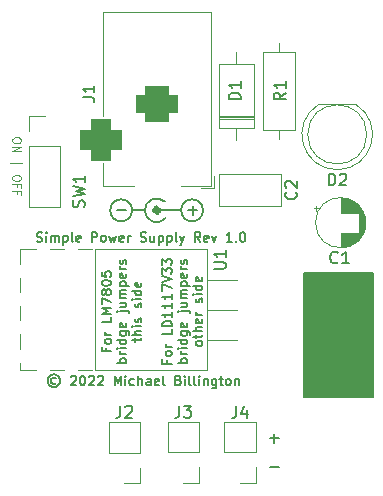
<source format=gbr>
%TF.GenerationSoftware,KiCad,Pcbnew,6.0.6+dfsg-1*%
%TF.CreationDate,2022-07-24T22:16:40+10:00*%
%TF.ProjectId,power-board,706f7765-722d-4626-9f61-72642e6b6963,rev?*%
%TF.SameCoordinates,Original*%
%TF.FileFunction,Legend,Top*%
%TF.FilePolarity,Positive*%
%FSLAX46Y46*%
G04 Gerber Fmt 4.6, Leading zero omitted, Abs format (unit mm)*
G04 Created by KiCad (PCBNEW 6.0.6+dfsg-1) date 2022-07-24 22:16:40*
%MOMM*%
%LPD*%
G01*
G04 APERTURE LIST*
G04 Aperture macros list*
%AMRoundRect*
0 Rectangle with rounded corners*
0 $1 Rounding radius*
0 $2 $3 $4 $5 $6 $7 $8 $9 X,Y pos of 4 corners*
0 Add a 4 corners polygon primitive as box body*
4,1,4,$2,$3,$4,$5,$6,$7,$8,$9,$2,$3,0*
0 Add four circle primitives for the rounded corners*
1,1,$1+$1,$2,$3*
1,1,$1+$1,$4,$5*
1,1,$1+$1,$6,$7*
1,1,$1+$1,$8,$9*
0 Add four rect primitives between the rounded corners*
20,1,$1+$1,$2,$3,$4,$5,0*
20,1,$1+$1,$4,$5,$6,$7,0*
20,1,$1+$1,$6,$7,$8,$9,0*
20,1,$1+$1,$8,$9,$2,$3,0*%
%AMFreePoly0*
4,1,6,1.000000,0.000000,0.500000,-0.750000,-0.500000,-0.750000,-0.500000,0.750000,0.500000,0.750000,1.000000,0.000000,1.000000,0.000000,$1*%
%AMFreePoly1*
4,1,6,0.500000,-0.750000,-0.650000,-0.750000,-0.150000,0.000000,-0.650000,0.750000,0.500000,0.750000,0.500000,-0.750000,0.500000,-0.750000,$1*%
G04 Aperture macros list end*
%ADD10C,0.150000*%
%ADD11C,0.130000*%
%ADD12C,0.100000*%
%ADD13C,0.120000*%
%ADD14C,0.500000*%
%ADD15C,6.400000*%
%ADD16R,1.200000X1.200000*%
%ADD17C,1.200000*%
%ADD18FreePoly0,180.000000*%
%ADD19FreePoly1,180.000000*%
%ADD20R,1.800000X1.800000*%
%ADD21C,1.800000*%
%ADD22R,2.200000X2.200000*%
%ADD23O,2.200000X2.200000*%
%ADD24C,1.600000*%
%ADD25O,1.600000X1.600000*%
%ADD26R,1.700000X1.700000*%
%ADD27O,1.700000X1.700000*%
%ADD28R,3.500000X3.500000*%
%ADD29RoundRect,0.750000X-1.000000X0.750000X-1.000000X-0.750000X1.000000X-0.750000X1.000000X0.750000X0*%
%ADD30RoundRect,0.875000X-0.875000X0.875000X-0.875000X-0.875000X0.875000X-0.875000X0.875000X0.875000X0*%
%ADD31O,3.500000X3.500000*%
%ADD32R,2.000000X1.905000*%
%ADD33O,2.000000X1.905000*%
G04 APERTURE END LIST*
D10*
X157429200Y-85394800D02*
X163322000Y-85394800D01*
X163322000Y-85394800D02*
X163322000Y-74879200D01*
X163322000Y-74879200D02*
X157429200Y-74879200D01*
X157429200Y-74879200D02*
X157429200Y-85394800D01*
G36*
X157429200Y-85394800D02*
G01*
X163322000Y-85394800D01*
X163322000Y-74879200D01*
X157429200Y-74879200D01*
X157429200Y-85394800D01*
G37*
D11*
X136437028Y-83775580D02*
X136360838Y-83737485D01*
X136208457Y-83737485D01*
X136132266Y-83775580D01*
X136056076Y-83851771D01*
X136017980Y-83927961D01*
X136017980Y-84080342D01*
X136056076Y-84156533D01*
X136132266Y-84232723D01*
X136208457Y-84270819D01*
X136360838Y-84270819D01*
X136437028Y-84232723D01*
X136284647Y-83470819D02*
X136094171Y-83508914D01*
X135903695Y-83623200D01*
X135789409Y-83813676D01*
X135751314Y-84004152D01*
X135789409Y-84194628D01*
X135903695Y-84385104D01*
X136094171Y-84499390D01*
X136284647Y-84537485D01*
X136475123Y-84499390D01*
X136665600Y-84385104D01*
X136779885Y-84194628D01*
X136817980Y-84004152D01*
X136779885Y-83813676D01*
X136665600Y-83623200D01*
X136475123Y-83508914D01*
X136284647Y-83470819D01*
X137732266Y-83661295D02*
X137770361Y-83623200D01*
X137846552Y-83585104D01*
X138037028Y-83585104D01*
X138113219Y-83623200D01*
X138151314Y-83661295D01*
X138189409Y-83737485D01*
X138189409Y-83813676D01*
X138151314Y-83927961D01*
X137694171Y-84385104D01*
X138189409Y-84385104D01*
X138684647Y-83585104D02*
X138760838Y-83585104D01*
X138837028Y-83623200D01*
X138875123Y-83661295D01*
X138913219Y-83737485D01*
X138951314Y-83889866D01*
X138951314Y-84080342D01*
X138913219Y-84232723D01*
X138875123Y-84308914D01*
X138837028Y-84347009D01*
X138760838Y-84385104D01*
X138684647Y-84385104D01*
X138608457Y-84347009D01*
X138570361Y-84308914D01*
X138532266Y-84232723D01*
X138494171Y-84080342D01*
X138494171Y-83889866D01*
X138532266Y-83737485D01*
X138570361Y-83661295D01*
X138608457Y-83623200D01*
X138684647Y-83585104D01*
X139256076Y-83661295D02*
X139294171Y-83623200D01*
X139370361Y-83585104D01*
X139560838Y-83585104D01*
X139637028Y-83623200D01*
X139675123Y-83661295D01*
X139713219Y-83737485D01*
X139713219Y-83813676D01*
X139675123Y-83927961D01*
X139217980Y-84385104D01*
X139713219Y-84385104D01*
X140017980Y-83661295D02*
X140056076Y-83623200D01*
X140132266Y-83585104D01*
X140322742Y-83585104D01*
X140398933Y-83623200D01*
X140437028Y-83661295D01*
X140475123Y-83737485D01*
X140475123Y-83813676D01*
X140437028Y-83927961D01*
X139979885Y-84385104D01*
X140475123Y-84385104D01*
X141427504Y-84385104D02*
X141427504Y-83585104D01*
X141694171Y-84156533D01*
X141960838Y-83585104D01*
X141960838Y-84385104D01*
X142341790Y-84385104D02*
X142341790Y-83851771D01*
X142341790Y-83585104D02*
X142303695Y-83623200D01*
X142341790Y-83661295D01*
X142379885Y-83623200D01*
X142341790Y-83585104D01*
X142341790Y-83661295D01*
X143065600Y-84347009D02*
X142989409Y-84385104D01*
X142837028Y-84385104D01*
X142760838Y-84347009D01*
X142722742Y-84308914D01*
X142684647Y-84232723D01*
X142684647Y-84004152D01*
X142722742Y-83927961D01*
X142760838Y-83889866D01*
X142837028Y-83851771D01*
X142989409Y-83851771D01*
X143065600Y-83889866D01*
X143408457Y-84385104D02*
X143408457Y-83585104D01*
X143751314Y-84385104D02*
X143751314Y-83966057D01*
X143713219Y-83889866D01*
X143637028Y-83851771D01*
X143522742Y-83851771D01*
X143446552Y-83889866D01*
X143408457Y-83927961D01*
X144475123Y-84385104D02*
X144475123Y-83966057D01*
X144437028Y-83889866D01*
X144360838Y-83851771D01*
X144208457Y-83851771D01*
X144132266Y-83889866D01*
X144475123Y-84347009D02*
X144398933Y-84385104D01*
X144208457Y-84385104D01*
X144132266Y-84347009D01*
X144094171Y-84270819D01*
X144094171Y-84194628D01*
X144132266Y-84118438D01*
X144208457Y-84080342D01*
X144398933Y-84080342D01*
X144475123Y-84042247D01*
X145160838Y-84347009D02*
X145084647Y-84385104D01*
X144932266Y-84385104D01*
X144856076Y-84347009D01*
X144817980Y-84270819D01*
X144817980Y-83966057D01*
X144856076Y-83889866D01*
X144932266Y-83851771D01*
X145084647Y-83851771D01*
X145160838Y-83889866D01*
X145198933Y-83966057D01*
X145198933Y-84042247D01*
X144817980Y-84118438D01*
X145656076Y-84385104D02*
X145579885Y-84347009D01*
X145541790Y-84270819D01*
X145541790Y-83585104D01*
X146837028Y-83966057D02*
X146951314Y-84004152D01*
X146989409Y-84042247D01*
X147027504Y-84118438D01*
X147027504Y-84232723D01*
X146989409Y-84308914D01*
X146951314Y-84347009D01*
X146875123Y-84385104D01*
X146570361Y-84385104D01*
X146570361Y-83585104D01*
X146837028Y-83585104D01*
X146913219Y-83623200D01*
X146951314Y-83661295D01*
X146989409Y-83737485D01*
X146989409Y-83813676D01*
X146951314Y-83889866D01*
X146913219Y-83927961D01*
X146837028Y-83966057D01*
X146570361Y-83966057D01*
X147370361Y-84385104D02*
X147370361Y-83851771D01*
X147370361Y-83585104D02*
X147332266Y-83623200D01*
X147370361Y-83661295D01*
X147408457Y-83623200D01*
X147370361Y-83585104D01*
X147370361Y-83661295D01*
X147865600Y-84385104D02*
X147789409Y-84347009D01*
X147751314Y-84270819D01*
X147751314Y-83585104D01*
X148284647Y-84385104D02*
X148208457Y-84347009D01*
X148170361Y-84270819D01*
X148170361Y-83585104D01*
X148589409Y-84385104D02*
X148589409Y-83851771D01*
X148589409Y-83585104D02*
X148551314Y-83623200D01*
X148589409Y-83661295D01*
X148627504Y-83623200D01*
X148589409Y-83585104D01*
X148589409Y-83661295D01*
X148970361Y-83851771D02*
X148970361Y-84385104D01*
X148970361Y-83927961D02*
X149008457Y-83889866D01*
X149084647Y-83851771D01*
X149198933Y-83851771D01*
X149275123Y-83889866D01*
X149313219Y-83966057D01*
X149313219Y-84385104D01*
X150037028Y-83851771D02*
X150037028Y-84499390D01*
X149998933Y-84575580D01*
X149960838Y-84613676D01*
X149884647Y-84651771D01*
X149770361Y-84651771D01*
X149694171Y-84613676D01*
X150037028Y-84347009D02*
X149960838Y-84385104D01*
X149808457Y-84385104D01*
X149732266Y-84347009D01*
X149694171Y-84308914D01*
X149656076Y-84232723D01*
X149656076Y-84004152D01*
X149694171Y-83927961D01*
X149732266Y-83889866D01*
X149808457Y-83851771D01*
X149960838Y-83851771D01*
X150037028Y-83889866D01*
X150303695Y-83851771D02*
X150608457Y-83851771D01*
X150417980Y-83585104D02*
X150417980Y-84270819D01*
X150456076Y-84347009D01*
X150532266Y-84385104D01*
X150608457Y-84385104D01*
X150989409Y-84385104D02*
X150913219Y-84347009D01*
X150875123Y-84308914D01*
X150837028Y-84232723D01*
X150837028Y-84004152D01*
X150875123Y-83927961D01*
X150913219Y-83889866D01*
X150989409Y-83851771D01*
X151103695Y-83851771D01*
X151179885Y-83889866D01*
X151217980Y-83927961D01*
X151256076Y-84004152D01*
X151256076Y-84232723D01*
X151217980Y-84308914D01*
X151179885Y-84347009D01*
X151103695Y-84385104D01*
X150989409Y-84385104D01*
X151598933Y-83851771D02*
X151598933Y-84385104D01*
X151598933Y-83927961D02*
X151637028Y-83889866D01*
X151713219Y-83851771D01*
X151827504Y-83851771D01*
X151903695Y-83889866D01*
X151941790Y-83966057D01*
X151941790Y-84385104D01*
D10*
X154559047Y-91308228D02*
X155320952Y-91308228D01*
X154559047Y-88869828D02*
X155320952Y-88869828D01*
X154940000Y-89250780D02*
X154940000Y-88488876D01*
D11*
X141605047Y-69565828D02*
X142366952Y-69565828D01*
X134824304Y-72205809D02*
X134938590Y-72243904D01*
X135129066Y-72243904D01*
X135205257Y-72205809D01*
X135243352Y-72167714D01*
X135281447Y-72091523D01*
X135281447Y-72015333D01*
X135243352Y-71939142D01*
X135205257Y-71901047D01*
X135129066Y-71862952D01*
X134976685Y-71824857D01*
X134900495Y-71786761D01*
X134862400Y-71748666D01*
X134824304Y-71672476D01*
X134824304Y-71596285D01*
X134862400Y-71520095D01*
X134900495Y-71482000D01*
X134976685Y-71443904D01*
X135167161Y-71443904D01*
X135281447Y-71482000D01*
X135624304Y-72243904D02*
X135624304Y-71710571D01*
X135624304Y-71443904D02*
X135586209Y-71482000D01*
X135624304Y-71520095D01*
X135662400Y-71482000D01*
X135624304Y-71443904D01*
X135624304Y-71520095D01*
X136005257Y-72243904D02*
X136005257Y-71710571D01*
X136005257Y-71786761D02*
X136043352Y-71748666D01*
X136119542Y-71710571D01*
X136233828Y-71710571D01*
X136310019Y-71748666D01*
X136348114Y-71824857D01*
X136348114Y-72243904D01*
X136348114Y-71824857D02*
X136386209Y-71748666D01*
X136462400Y-71710571D01*
X136576685Y-71710571D01*
X136652876Y-71748666D01*
X136690971Y-71824857D01*
X136690971Y-72243904D01*
X137071923Y-71710571D02*
X137071923Y-72510571D01*
X137071923Y-71748666D02*
X137148114Y-71710571D01*
X137300495Y-71710571D01*
X137376685Y-71748666D01*
X137414780Y-71786761D01*
X137452876Y-71862952D01*
X137452876Y-72091523D01*
X137414780Y-72167714D01*
X137376685Y-72205809D01*
X137300495Y-72243904D01*
X137148114Y-72243904D01*
X137071923Y-72205809D01*
X137910019Y-72243904D02*
X137833828Y-72205809D01*
X137795733Y-72129619D01*
X137795733Y-71443904D01*
X138519542Y-72205809D02*
X138443352Y-72243904D01*
X138290971Y-72243904D01*
X138214780Y-72205809D01*
X138176685Y-72129619D01*
X138176685Y-71824857D01*
X138214780Y-71748666D01*
X138290971Y-71710571D01*
X138443352Y-71710571D01*
X138519542Y-71748666D01*
X138557638Y-71824857D01*
X138557638Y-71901047D01*
X138176685Y-71977238D01*
X139510019Y-72243904D02*
X139510019Y-71443904D01*
X139814780Y-71443904D01*
X139890971Y-71482000D01*
X139929066Y-71520095D01*
X139967161Y-71596285D01*
X139967161Y-71710571D01*
X139929066Y-71786761D01*
X139890971Y-71824857D01*
X139814780Y-71862952D01*
X139510019Y-71862952D01*
X140424304Y-72243904D02*
X140348114Y-72205809D01*
X140310019Y-72167714D01*
X140271923Y-72091523D01*
X140271923Y-71862952D01*
X140310019Y-71786761D01*
X140348114Y-71748666D01*
X140424304Y-71710571D01*
X140538590Y-71710571D01*
X140614780Y-71748666D01*
X140652876Y-71786761D01*
X140690971Y-71862952D01*
X140690971Y-72091523D01*
X140652876Y-72167714D01*
X140614780Y-72205809D01*
X140538590Y-72243904D01*
X140424304Y-72243904D01*
X140957638Y-71710571D02*
X141110019Y-72243904D01*
X141262400Y-71862952D01*
X141414780Y-72243904D01*
X141567161Y-71710571D01*
X142176685Y-72205809D02*
X142100495Y-72243904D01*
X141948114Y-72243904D01*
X141871923Y-72205809D01*
X141833828Y-72129619D01*
X141833828Y-71824857D01*
X141871923Y-71748666D01*
X141948114Y-71710571D01*
X142100495Y-71710571D01*
X142176685Y-71748666D01*
X142214780Y-71824857D01*
X142214780Y-71901047D01*
X141833828Y-71977238D01*
X142557638Y-72243904D02*
X142557638Y-71710571D01*
X142557638Y-71862952D02*
X142595733Y-71786761D01*
X142633828Y-71748666D01*
X142710019Y-71710571D01*
X142786209Y-71710571D01*
X143624304Y-72205809D02*
X143738590Y-72243904D01*
X143929066Y-72243904D01*
X144005257Y-72205809D01*
X144043352Y-72167714D01*
X144081447Y-72091523D01*
X144081447Y-72015333D01*
X144043352Y-71939142D01*
X144005257Y-71901047D01*
X143929066Y-71862952D01*
X143776685Y-71824857D01*
X143700495Y-71786761D01*
X143662400Y-71748666D01*
X143624304Y-71672476D01*
X143624304Y-71596285D01*
X143662400Y-71520095D01*
X143700495Y-71482000D01*
X143776685Y-71443904D01*
X143967161Y-71443904D01*
X144081447Y-71482000D01*
X144767161Y-71710571D02*
X144767161Y-72243904D01*
X144424304Y-71710571D02*
X144424304Y-72129619D01*
X144462400Y-72205809D01*
X144538590Y-72243904D01*
X144652876Y-72243904D01*
X144729066Y-72205809D01*
X144767161Y-72167714D01*
X145148114Y-71710571D02*
X145148114Y-72510571D01*
X145148114Y-71748666D02*
X145224304Y-71710571D01*
X145376685Y-71710571D01*
X145452876Y-71748666D01*
X145490971Y-71786761D01*
X145529066Y-71862952D01*
X145529066Y-72091523D01*
X145490971Y-72167714D01*
X145452876Y-72205809D01*
X145376685Y-72243904D01*
X145224304Y-72243904D01*
X145148114Y-72205809D01*
X145871923Y-71710571D02*
X145871923Y-72510571D01*
X145871923Y-71748666D02*
X145948114Y-71710571D01*
X146100495Y-71710571D01*
X146176685Y-71748666D01*
X146214780Y-71786761D01*
X146252876Y-71862952D01*
X146252876Y-72091523D01*
X146214780Y-72167714D01*
X146176685Y-72205809D01*
X146100495Y-72243904D01*
X145948114Y-72243904D01*
X145871923Y-72205809D01*
X146710019Y-72243904D02*
X146633828Y-72205809D01*
X146595733Y-72129619D01*
X146595733Y-71443904D01*
X146938590Y-71710571D02*
X147129066Y-72243904D01*
X147319542Y-71710571D02*
X147129066Y-72243904D01*
X147052876Y-72434380D01*
X147014780Y-72472476D01*
X146938590Y-72510571D01*
X148690971Y-72243904D02*
X148424304Y-71862952D01*
X148233828Y-72243904D02*
X148233828Y-71443904D01*
X148538590Y-71443904D01*
X148614780Y-71482000D01*
X148652876Y-71520095D01*
X148690971Y-71596285D01*
X148690971Y-71710571D01*
X148652876Y-71786761D01*
X148614780Y-71824857D01*
X148538590Y-71862952D01*
X148233828Y-71862952D01*
X149338590Y-72205809D02*
X149262400Y-72243904D01*
X149110019Y-72243904D01*
X149033828Y-72205809D01*
X148995733Y-72129619D01*
X148995733Y-71824857D01*
X149033828Y-71748666D01*
X149110019Y-71710571D01*
X149262400Y-71710571D01*
X149338590Y-71748666D01*
X149376685Y-71824857D01*
X149376685Y-71901047D01*
X148995733Y-71977238D01*
X149643352Y-71710571D02*
X149833828Y-72243904D01*
X150024304Y-71710571D01*
X151357638Y-72243904D02*
X150900495Y-72243904D01*
X151129066Y-72243904D02*
X151129066Y-71443904D01*
X151052876Y-71558190D01*
X150976685Y-71634380D01*
X150900495Y-71672476D01*
X151700495Y-72167714D02*
X151738590Y-72205809D01*
X151700495Y-72243904D01*
X151662400Y-72205809D01*
X151700495Y-72167714D01*
X151700495Y-72243904D01*
X152233828Y-71443904D02*
X152310019Y-71443904D01*
X152386209Y-71482000D01*
X152424304Y-71520095D01*
X152462400Y-71596285D01*
X152500495Y-71748666D01*
X152500495Y-71939142D01*
X152462400Y-72091523D01*
X152424304Y-72167714D01*
X152386209Y-72205809D01*
X152310019Y-72243904D01*
X152233828Y-72243904D01*
X152157638Y-72205809D01*
X152119542Y-72167714D01*
X152081447Y-72091523D01*
X152043352Y-71939142D01*
X152043352Y-71748666D01*
X152081447Y-71596285D01*
X152119542Y-71520095D01*
X152157638Y-71482000D01*
X152233828Y-71443904D01*
D12*
X133479333Y-63570133D02*
X133479333Y-63703466D01*
X133446000Y-63770133D01*
X133379333Y-63836800D01*
X133246000Y-63870133D01*
X133012666Y-63870133D01*
X132879333Y-63836800D01*
X132812666Y-63770133D01*
X132779333Y-63703466D01*
X132779333Y-63570133D01*
X132812666Y-63503466D01*
X132879333Y-63436800D01*
X133012666Y-63403466D01*
X133246000Y-63403466D01*
X133379333Y-63436800D01*
X133446000Y-63503466D01*
X133479333Y-63570133D01*
X132779333Y-64170133D02*
X133479333Y-64170133D01*
X132779333Y-64570133D01*
X133479333Y-64570133D01*
X132546000Y-65603466D02*
X133546000Y-65603466D01*
X133479333Y-66770133D02*
X133479333Y-66903466D01*
X133446000Y-66970133D01*
X133379333Y-67036800D01*
X133246000Y-67070133D01*
X133012666Y-67070133D01*
X132879333Y-67036800D01*
X132812666Y-66970133D01*
X132779333Y-66903466D01*
X132779333Y-66770133D01*
X132812666Y-66703466D01*
X132879333Y-66636800D01*
X133012666Y-66603466D01*
X133246000Y-66603466D01*
X133379333Y-66636800D01*
X133446000Y-66703466D01*
X133479333Y-66770133D01*
X133146000Y-67603466D02*
X133146000Y-67370133D01*
X132779333Y-67370133D02*
X133479333Y-67370133D01*
X133479333Y-67703466D01*
X133146000Y-68203466D02*
X133146000Y-67970133D01*
X132779333Y-67970133D02*
X133479333Y-67970133D01*
X133479333Y-68303466D01*
D11*
X147650247Y-69565828D02*
X148412152Y-69565828D01*
X148031200Y-69946780D02*
X148031200Y-69184876D01*
X140706457Y-81235161D02*
X140706457Y-81501828D01*
X141125504Y-81501828D02*
X140325504Y-81501828D01*
X140325504Y-81120876D01*
X141125504Y-80701828D02*
X141087409Y-80778019D01*
X141049314Y-80816114D01*
X140973123Y-80854209D01*
X140744552Y-80854209D01*
X140668361Y-80816114D01*
X140630266Y-80778019D01*
X140592171Y-80701828D01*
X140592171Y-80587542D01*
X140630266Y-80511352D01*
X140668361Y-80473257D01*
X140744552Y-80435161D01*
X140973123Y-80435161D01*
X141049314Y-80473257D01*
X141087409Y-80511352D01*
X141125504Y-80587542D01*
X141125504Y-80701828D01*
X141125504Y-80092304D02*
X140592171Y-80092304D01*
X140744552Y-80092304D02*
X140668361Y-80054209D01*
X140630266Y-80016114D01*
X140592171Y-79939923D01*
X140592171Y-79863733D01*
X141125504Y-78606590D02*
X141125504Y-78987542D01*
X140325504Y-78987542D01*
X141125504Y-78339923D02*
X140325504Y-78339923D01*
X140896933Y-78073257D01*
X140325504Y-77806590D01*
X141125504Y-77806590D01*
X140325504Y-77501828D02*
X140325504Y-76968495D01*
X141125504Y-77311352D01*
X140668361Y-76549447D02*
X140630266Y-76625638D01*
X140592171Y-76663733D01*
X140515980Y-76701828D01*
X140477885Y-76701828D01*
X140401695Y-76663733D01*
X140363600Y-76625638D01*
X140325504Y-76549447D01*
X140325504Y-76397066D01*
X140363600Y-76320876D01*
X140401695Y-76282780D01*
X140477885Y-76244685D01*
X140515980Y-76244685D01*
X140592171Y-76282780D01*
X140630266Y-76320876D01*
X140668361Y-76397066D01*
X140668361Y-76549447D01*
X140706457Y-76625638D01*
X140744552Y-76663733D01*
X140820742Y-76701828D01*
X140973123Y-76701828D01*
X141049314Y-76663733D01*
X141087409Y-76625638D01*
X141125504Y-76549447D01*
X141125504Y-76397066D01*
X141087409Y-76320876D01*
X141049314Y-76282780D01*
X140973123Y-76244685D01*
X140820742Y-76244685D01*
X140744552Y-76282780D01*
X140706457Y-76320876D01*
X140668361Y-76397066D01*
X140325504Y-75749447D02*
X140325504Y-75673257D01*
X140363600Y-75597066D01*
X140401695Y-75558971D01*
X140477885Y-75520876D01*
X140630266Y-75482780D01*
X140820742Y-75482780D01*
X140973123Y-75520876D01*
X141049314Y-75558971D01*
X141087409Y-75597066D01*
X141125504Y-75673257D01*
X141125504Y-75749447D01*
X141087409Y-75825638D01*
X141049314Y-75863733D01*
X140973123Y-75901828D01*
X140820742Y-75939923D01*
X140630266Y-75939923D01*
X140477885Y-75901828D01*
X140401695Y-75863733D01*
X140363600Y-75825638D01*
X140325504Y-75749447D01*
X140325504Y-74758971D02*
X140325504Y-75139923D01*
X140706457Y-75178019D01*
X140668361Y-75139923D01*
X140630266Y-75063733D01*
X140630266Y-74873257D01*
X140668361Y-74797066D01*
X140706457Y-74758971D01*
X140782647Y-74720876D01*
X140973123Y-74720876D01*
X141049314Y-74758971D01*
X141087409Y-74797066D01*
X141125504Y-74873257D01*
X141125504Y-75063733D01*
X141087409Y-75139923D01*
X141049314Y-75178019D01*
X142413504Y-82473257D02*
X141613504Y-82473257D01*
X141918266Y-82473257D02*
X141880171Y-82397066D01*
X141880171Y-82244685D01*
X141918266Y-82168495D01*
X141956361Y-82130400D01*
X142032552Y-82092304D01*
X142261123Y-82092304D01*
X142337314Y-82130400D01*
X142375409Y-82168495D01*
X142413504Y-82244685D01*
X142413504Y-82397066D01*
X142375409Y-82473257D01*
X142413504Y-81749447D02*
X141880171Y-81749447D01*
X142032552Y-81749447D02*
X141956361Y-81711352D01*
X141918266Y-81673257D01*
X141880171Y-81597066D01*
X141880171Y-81520876D01*
X142413504Y-81254209D02*
X141880171Y-81254209D01*
X141613504Y-81254209D02*
X141651600Y-81292304D01*
X141689695Y-81254209D01*
X141651600Y-81216114D01*
X141613504Y-81254209D01*
X141689695Y-81254209D01*
X142413504Y-80530400D02*
X141613504Y-80530400D01*
X142375409Y-80530400D02*
X142413504Y-80606590D01*
X142413504Y-80758971D01*
X142375409Y-80835161D01*
X142337314Y-80873257D01*
X142261123Y-80911352D01*
X142032552Y-80911352D01*
X141956361Y-80873257D01*
X141918266Y-80835161D01*
X141880171Y-80758971D01*
X141880171Y-80606590D01*
X141918266Y-80530400D01*
X141880171Y-79806590D02*
X142527790Y-79806590D01*
X142603980Y-79844685D01*
X142642076Y-79882780D01*
X142680171Y-79958971D01*
X142680171Y-80073257D01*
X142642076Y-80149447D01*
X142375409Y-79806590D02*
X142413504Y-79882780D01*
X142413504Y-80035161D01*
X142375409Y-80111352D01*
X142337314Y-80149447D01*
X142261123Y-80187542D01*
X142032552Y-80187542D01*
X141956361Y-80149447D01*
X141918266Y-80111352D01*
X141880171Y-80035161D01*
X141880171Y-79882780D01*
X141918266Y-79806590D01*
X142375409Y-79120876D02*
X142413504Y-79197066D01*
X142413504Y-79349447D01*
X142375409Y-79425638D01*
X142299219Y-79463733D01*
X141994457Y-79463733D01*
X141918266Y-79425638D01*
X141880171Y-79349447D01*
X141880171Y-79197066D01*
X141918266Y-79120876D01*
X141994457Y-79082780D01*
X142070647Y-79082780D01*
X142146838Y-79463733D01*
X141880171Y-78130400D02*
X142565885Y-78130400D01*
X142642076Y-78168495D01*
X142680171Y-78244685D01*
X142680171Y-78282780D01*
X141613504Y-78130400D02*
X141651600Y-78168495D01*
X141689695Y-78130400D01*
X141651600Y-78092304D01*
X141613504Y-78130400D01*
X141689695Y-78130400D01*
X141880171Y-77406590D02*
X142413504Y-77406590D01*
X141880171Y-77749447D02*
X142299219Y-77749447D01*
X142375409Y-77711352D01*
X142413504Y-77635161D01*
X142413504Y-77520876D01*
X142375409Y-77444685D01*
X142337314Y-77406590D01*
X142413504Y-77025638D02*
X141880171Y-77025638D01*
X141956361Y-77025638D02*
X141918266Y-76987542D01*
X141880171Y-76911352D01*
X141880171Y-76797066D01*
X141918266Y-76720876D01*
X141994457Y-76682780D01*
X142413504Y-76682780D01*
X141994457Y-76682780D02*
X141918266Y-76644685D01*
X141880171Y-76568495D01*
X141880171Y-76454209D01*
X141918266Y-76378019D01*
X141994457Y-76339923D01*
X142413504Y-76339923D01*
X141880171Y-75958971D02*
X142680171Y-75958971D01*
X141918266Y-75958971D02*
X141880171Y-75882780D01*
X141880171Y-75730400D01*
X141918266Y-75654209D01*
X141956361Y-75616114D01*
X142032552Y-75578019D01*
X142261123Y-75578019D01*
X142337314Y-75616114D01*
X142375409Y-75654209D01*
X142413504Y-75730400D01*
X142413504Y-75882780D01*
X142375409Y-75958971D01*
X142375409Y-74930400D02*
X142413504Y-75006590D01*
X142413504Y-75158971D01*
X142375409Y-75235161D01*
X142299219Y-75273257D01*
X141994457Y-75273257D01*
X141918266Y-75235161D01*
X141880171Y-75158971D01*
X141880171Y-75006590D01*
X141918266Y-74930400D01*
X141994457Y-74892304D01*
X142070647Y-74892304D01*
X142146838Y-75273257D01*
X142413504Y-74549447D02*
X141880171Y-74549447D01*
X142032552Y-74549447D02*
X141956361Y-74511352D01*
X141918266Y-74473257D01*
X141880171Y-74397066D01*
X141880171Y-74320876D01*
X142375409Y-74092304D02*
X142413504Y-74016114D01*
X142413504Y-73863733D01*
X142375409Y-73787542D01*
X142299219Y-73749447D01*
X142261123Y-73749447D01*
X142184933Y-73787542D01*
X142146838Y-73863733D01*
X142146838Y-73978019D01*
X142108742Y-74054209D01*
X142032552Y-74092304D01*
X141994457Y-74092304D01*
X141918266Y-74054209D01*
X141880171Y-73978019D01*
X141880171Y-73863733D01*
X141918266Y-73787542D01*
X143168171Y-80682780D02*
X143168171Y-80378019D01*
X142901504Y-80568495D02*
X143587219Y-80568495D01*
X143663409Y-80530400D01*
X143701504Y-80454209D01*
X143701504Y-80378019D01*
X143701504Y-80111352D02*
X142901504Y-80111352D01*
X143701504Y-79768495D02*
X143282457Y-79768495D01*
X143206266Y-79806590D01*
X143168171Y-79882780D01*
X143168171Y-79997066D01*
X143206266Y-80073257D01*
X143244361Y-80111352D01*
X143701504Y-79387542D02*
X143168171Y-79387542D01*
X142901504Y-79387542D02*
X142939600Y-79425638D01*
X142977695Y-79387542D01*
X142939600Y-79349447D01*
X142901504Y-79387542D01*
X142977695Y-79387542D01*
X143663409Y-79044685D02*
X143701504Y-78968495D01*
X143701504Y-78816114D01*
X143663409Y-78739923D01*
X143587219Y-78701828D01*
X143549123Y-78701828D01*
X143472933Y-78739923D01*
X143434838Y-78816114D01*
X143434838Y-78930400D01*
X143396742Y-79006590D01*
X143320552Y-79044685D01*
X143282457Y-79044685D01*
X143206266Y-79006590D01*
X143168171Y-78930400D01*
X143168171Y-78816114D01*
X143206266Y-78739923D01*
X143663409Y-77787542D02*
X143701504Y-77711352D01*
X143701504Y-77558971D01*
X143663409Y-77482780D01*
X143587219Y-77444685D01*
X143549123Y-77444685D01*
X143472933Y-77482780D01*
X143434838Y-77558971D01*
X143434838Y-77673257D01*
X143396742Y-77749447D01*
X143320552Y-77787542D01*
X143282457Y-77787542D01*
X143206266Y-77749447D01*
X143168171Y-77673257D01*
X143168171Y-77558971D01*
X143206266Y-77482780D01*
X143701504Y-77101828D02*
X143168171Y-77101828D01*
X142901504Y-77101828D02*
X142939600Y-77139923D01*
X142977695Y-77101828D01*
X142939600Y-77063733D01*
X142901504Y-77101828D01*
X142977695Y-77101828D01*
X143701504Y-76378019D02*
X142901504Y-76378019D01*
X143663409Y-76378019D02*
X143701504Y-76454209D01*
X143701504Y-76606590D01*
X143663409Y-76682780D01*
X143625314Y-76720876D01*
X143549123Y-76758971D01*
X143320552Y-76758971D01*
X143244361Y-76720876D01*
X143206266Y-76682780D01*
X143168171Y-76606590D01*
X143168171Y-76454209D01*
X143206266Y-76378019D01*
X143663409Y-75692304D02*
X143701504Y-75768495D01*
X143701504Y-75920876D01*
X143663409Y-75997066D01*
X143587219Y-76035161D01*
X143282457Y-76035161D01*
X143206266Y-75997066D01*
X143168171Y-75920876D01*
X143168171Y-75768495D01*
X143206266Y-75692304D01*
X143282457Y-75654209D01*
X143358647Y-75654209D01*
X143434838Y-76035161D01*
X145858457Y-82282780D02*
X145858457Y-82549447D01*
X146277504Y-82549447D02*
X145477504Y-82549447D01*
X145477504Y-82168495D01*
X146277504Y-81749447D02*
X146239409Y-81825638D01*
X146201314Y-81863733D01*
X146125123Y-81901828D01*
X145896552Y-81901828D01*
X145820361Y-81863733D01*
X145782266Y-81825638D01*
X145744171Y-81749447D01*
X145744171Y-81635161D01*
X145782266Y-81558971D01*
X145820361Y-81520876D01*
X145896552Y-81482780D01*
X146125123Y-81482780D01*
X146201314Y-81520876D01*
X146239409Y-81558971D01*
X146277504Y-81635161D01*
X146277504Y-81749447D01*
X146277504Y-81139923D02*
X145744171Y-81139923D01*
X145896552Y-81139923D02*
X145820361Y-81101828D01*
X145782266Y-81063733D01*
X145744171Y-80987542D01*
X145744171Y-80911352D01*
X146277504Y-79654209D02*
X146277504Y-80035161D01*
X145477504Y-80035161D01*
X146277504Y-79387542D02*
X145477504Y-79387542D01*
X145477504Y-79197066D01*
X145515600Y-79082780D01*
X145591790Y-79006590D01*
X145667980Y-78968495D01*
X145820361Y-78930400D01*
X145934647Y-78930400D01*
X146087028Y-78968495D01*
X146163219Y-79006590D01*
X146239409Y-79082780D01*
X146277504Y-79197066D01*
X146277504Y-79387542D01*
X146277504Y-78168495D02*
X146277504Y-78625638D01*
X146277504Y-78397066D02*
X145477504Y-78397066D01*
X145591790Y-78473257D01*
X145667980Y-78549447D01*
X145706076Y-78625638D01*
X146277504Y-77406590D02*
X146277504Y-77863733D01*
X146277504Y-77635161D02*
X145477504Y-77635161D01*
X145591790Y-77711352D01*
X145667980Y-77787542D01*
X145706076Y-77863733D01*
X146277504Y-76644685D02*
X146277504Y-77101828D01*
X146277504Y-76873257D02*
X145477504Y-76873257D01*
X145591790Y-76949447D01*
X145667980Y-77025638D01*
X145706076Y-77101828D01*
X145477504Y-76378019D02*
X145477504Y-75844685D01*
X146277504Y-76187542D01*
X145477504Y-75654209D02*
X146277504Y-75387542D01*
X145477504Y-75120876D01*
X145477504Y-74930400D02*
X145477504Y-74435161D01*
X145782266Y-74701828D01*
X145782266Y-74587542D01*
X145820361Y-74511352D01*
X145858457Y-74473257D01*
X145934647Y-74435161D01*
X146125123Y-74435161D01*
X146201314Y-74473257D01*
X146239409Y-74511352D01*
X146277504Y-74587542D01*
X146277504Y-74816114D01*
X146239409Y-74892304D01*
X146201314Y-74930400D01*
X145477504Y-74168495D02*
X145477504Y-73673257D01*
X145782266Y-73939923D01*
X145782266Y-73825638D01*
X145820361Y-73749447D01*
X145858457Y-73711352D01*
X145934647Y-73673257D01*
X146125123Y-73673257D01*
X146201314Y-73711352D01*
X146239409Y-73749447D01*
X146277504Y-73825638D01*
X146277504Y-74054209D01*
X146239409Y-74130400D01*
X146201314Y-74168495D01*
X147565504Y-82473257D02*
X146765504Y-82473257D01*
X147070266Y-82473257D02*
X147032171Y-82397066D01*
X147032171Y-82244685D01*
X147070266Y-82168495D01*
X147108361Y-82130400D01*
X147184552Y-82092304D01*
X147413123Y-82092304D01*
X147489314Y-82130400D01*
X147527409Y-82168495D01*
X147565504Y-82244685D01*
X147565504Y-82397066D01*
X147527409Y-82473257D01*
X147565504Y-81749447D02*
X147032171Y-81749447D01*
X147184552Y-81749447D02*
X147108361Y-81711352D01*
X147070266Y-81673257D01*
X147032171Y-81597066D01*
X147032171Y-81520876D01*
X147565504Y-81254209D02*
X147032171Y-81254209D01*
X146765504Y-81254209D02*
X146803600Y-81292304D01*
X146841695Y-81254209D01*
X146803600Y-81216114D01*
X146765504Y-81254209D01*
X146841695Y-81254209D01*
X147565504Y-80530400D02*
X146765504Y-80530400D01*
X147527409Y-80530400D02*
X147565504Y-80606590D01*
X147565504Y-80758971D01*
X147527409Y-80835161D01*
X147489314Y-80873257D01*
X147413123Y-80911352D01*
X147184552Y-80911352D01*
X147108361Y-80873257D01*
X147070266Y-80835161D01*
X147032171Y-80758971D01*
X147032171Y-80606590D01*
X147070266Y-80530400D01*
X147032171Y-79806590D02*
X147679790Y-79806590D01*
X147755980Y-79844685D01*
X147794076Y-79882780D01*
X147832171Y-79958971D01*
X147832171Y-80073257D01*
X147794076Y-80149447D01*
X147527409Y-79806590D02*
X147565504Y-79882780D01*
X147565504Y-80035161D01*
X147527409Y-80111352D01*
X147489314Y-80149447D01*
X147413123Y-80187542D01*
X147184552Y-80187542D01*
X147108361Y-80149447D01*
X147070266Y-80111352D01*
X147032171Y-80035161D01*
X147032171Y-79882780D01*
X147070266Y-79806590D01*
X147527409Y-79120876D02*
X147565504Y-79197066D01*
X147565504Y-79349447D01*
X147527409Y-79425638D01*
X147451219Y-79463733D01*
X147146457Y-79463733D01*
X147070266Y-79425638D01*
X147032171Y-79349447D01*
X147032171Y-79197066D01*
X147070266Y-79120876D01*
X147146457Y-79082780D01*
X147222647Y-79082780D01*
X147298838Y-79463733D01*
X147032171Y-78130400D02*
X147717885Y-78130400D01*
X147794076Y-78168495D01*
X147832171Y-78244685D01*
X147832171Y-78282780D01*
X146765504Y-78130400D02*
X146803600Y-78168495D01*
X146841695Y-78130400D01*
X146803600Y-78092304D01*
X146765504Y-78130400D01*
X146841695Y-78130400D01*
X147032171Y-77406590D02*
X147565504Y-77406590D01*
X147032171Y-77749447D02*
X147451219Y-77749447D01*
X147527409Y-77711352D01*
X147565504Y-77635161D01*
X147565504Y-77520876D01*
X147527409Y-77444685D01*
X147489314Y-77406590D01*
X147565504Y-77025638D02*
X147032171Y-77025638D01*
X147108361Y-77025638D02*
X147070266Y-76987542D01*
X147032171Y-76911352D01*
X147032171Y-76797066D01*
X147070266Y-76720876D01*
X147146457Y-76682780D01*
X147565504Y-76682780D01*
X147146457Y-76682780D02*
X147070266Y-76644685D01*
X147032171Y-76568495D01*
X147032171Y-76454209D01*
X147070266Y-76378019D01*
X147146457Y-76339923D01*
X147565504Y-76339923D01*
X147032171Y-75958971D02*
X147832171Y-75958971D01*
X147070266Y-75958971D02*
X147032171Y-75882780D01*
X147032171Y-75730400D01*
X147070266Y-75654209D01*
X147108361Y-75616114D01*
X147184552Y-75578019D01*
X147413123Y-75578019D01*
X147489314Y-75616114D01*
X147527409Y-75654209D01*
X147565504Y-75730400D01*
X147565504Y-75882780D01*
X147527409Y-75958971D01*
X147527409Y-74930400D02*
X147565504Y-75006590D01*
X147565504Y-75158971D01*
X147527409Y-75235161D01*
X147451219Y-75273257D01*
X147146457Y-75273257D01*
X147070266Y-75235161D01*
X147032171Y-75158971D01*
X147032171Y-75006590D01*
X147070266Y-74930400D01*
X147146457Y-74892304D01*
X147222647Y-74892304D01*
X147298838Y-75273257D01*
X147565504Y-74549447D02*
X147032171Y-74549447D01*
X147184552Y-74549447D02*
X147108361Y-74511352D01*
X147070266Y-74473257D01*
X147032171Y-74397066D01*
X147032171Y-74320876D01*
X147527409Y-74092304D02*
X147565504Y-74016114D01*
X147565504Y-73863733D01*
X147527409Y-73787542D01*
X147451219Y-73749447D01*
X147413123Y-73749447D01*
X147336933Y-73787542D01*
X147298838Y-73863733D01*
X147298838Y-73978019D01*
X147260742Y-74054209D01*
X147184552Y-74092304D01*
X147146457Y-74092304D01*
X147070266Y-74054209D01*
X147032171Y-73978019D01*
X147032171Y-73863733D01*
X147070266Y-73787542D01*
X148853504Y-80892304D02*
X148815409Y-80968495D01*
X148777314Y-81006590D01*
X148701123Y-81044685D01*
X148472552Y-81044685D01*
X148396361Y-81006590D01*
X148358266Y-80968495D01*
X148320171Y-80892304D01*
X148320171Y-80778019D01*
X148358266Y-80701828D01*
X148396361Y-80663733D01*
X148472552Y-80625638D01*
X148701123Y-80625638D01*
X148777314Y-80663733D01*
X148815409Y-80701828D01*
X148853504Y-80778019D01*
X148853504Y-80892304D01*
X148320171Y-80397066D02*
X148320171Y-80092304D01*
X148053504Y-80282780D02*
X148739219Y-80282780D01*
X148815409Y-80244685D01*
X148853504Y-80168495D01*
X148853504Y-80092304D01*
X148853504Y-79825638D02*
X148053504Y-79825638D01*
X148853504Y-79482780D02*
X148434457Y-79482780D01*
X148358266Y-79520876D01*
X148320171Y-79597066D01*
X148320171Y-79711352D01*
X148358266Y-79787542D01*
X148396361Y-79825638D01*
X148815409Y-78797066D02*
X148853504Y-78873257D01*
X148853504Y-79025638D01*
X148815409Y-79101828D01*
X148739219Y-79139923D01*
X148434457Y-79139923D01*
X148358266Y-79101828D01*
X148320171Y-79025638D01*
X148320171Y-78873257D01*
X148358266Y-78797066D01*
X148434457Y-78758971D01*
X148510647Y-78758971D01*
X148586838Y-79139923D01*
X148853504Y-78416114D02*
X148320171Y-78416114D01*
X148472552Y-78416114D02*
X148396361Y-78378019D01*
X148358266Y-78339923D01*
X148320171Y-78263733D01*
X148320171Y-78187542D01*
X148815409Y-77349447D02*
X148853504Y-77273257D01*
X148853504Y-77120876D01*
X148815409Y-77044685D01*
X148739219Y-77006590D01*
X148701123Y-77006590D01*
X148624933Y-77044685D01*
X148586838Y-77120876D01*
X148586838Y-77235161D01*
X148548742Y-77311352D01*
X148472552Y-77349447D01*
X148434457Y-77349447D01*
X148358266Y-77311352D01*
X148320171Y-77235161D01*
X148320171Y-77120876D01*
X148358266Y-77044685D01*
X148853504Y-76663733D02*
X148320171Y-76663733D01*
X148053504Y-76663733D02*
X148091600Y-76701828D01*
X148129695Y-76663733D01*
X148091600Y-76625638D01*
X148053504Y-76663733D01*
X148129695Y-76663733D01*
X148853504Y-75939923D02*
X148053504Y-75939923D01*
X148815409Y-75939923D02*
X148853504Y-76016114D01*
X148853504Y-76168495D01*
X148815409Y-76244685D01*
X148777314Y-76282780D01*
X148701123Y-76320876D01*
X148472552Y-76320876D01*
X148396361Y-76282780D01*
X148358266Y-76244685D01*
X148320171Y-76168495D01*
X148320171Y-76016114D01*
X148358266Y-75939923D01*
X148815409Y-75254209D02*
X148853504Y-75330400D01*
X148853504Y-75482780D01*
X148815409Y-75558971D01*
X148739219Y-75597066D01*
X148434457Y-75597066D01*
X148358266Y-75558971D01*
X148320171Y-75482780D01*
X148320171Y-75330400D01*
X148358266Y-75254209D01*
X148434457Y-75216114D01*
X148510647Y-75216114D01*
X148586838Y-75597066D01*
D10*
%TO.C,C1*%
X160310533Y-73966342D02*
X160262914Y-74013961D01*
X160120057Y-74061580D01*
X160024819Y-74061580D01*
X159881961Y-74013961D01*
X159786723Y-73918723D01*
X159739104Y-73823485D01*
X159691485Y-73633009D01*
X159691485Y-73490152D01*
X159739104Y-73299676D01*
X159786723Y-73204438D01*
X159881961Y-73109200D01*
X160024819Y-73061580D01*
X160120057Y-73061580D01*
X160262914Y-73109200D01*
X160310533Y-73156819D01*
X161262914Y-74061580D02*
X160691485Y-74061580D01*
X160977200Y-74061580D02*
X160977200Y-73061580D01*
X160881961Y-73204438D01*
X160786723Y-73299676D01*
X160691485Y-73347295D01*
%TO.C,D2*%
X159535904Y-67457580D02*
X159535904Y-66457580D01*
X159774000Y-66457580D01*
X159916857Y-66505200D01*
X160012095Y-66600438D01*
X160059714Y-66695676D01*
X160107333Y-66886152D01*
X160107333Y-67029009D01*
X160059714Y-67219485D01*
X160012095Y-67314723D01*
X159916857Y-67409961D01*
X159774000Y-67457580D01*
X159535904Y-67457580D01*
X160488285Y-66552819D02*
X160535904Y-66505200D01*
X160631142Y-66457580D01*
X160869238Y-66457580D01*
X160964476Y-66505200D01*
X161012095Y-66552819D01*
X161059714Y-66648057D01*
X161059714Y-66743295D01*
X161012095Y-66886152D01*
X160440666Y-67457580D01*
X161059714Y-67457580D01*
%TO.C,D1*%
X152090380Y-60174095D02*
X151090380Y-60174095D01*
X151090380Y-59936000D01*
X151138000Y-59793142D01*
X151233238Y-59697904D01*
X151328476Y-59650285D01*
X151518952Y-59602666D01*
X151661809Y-59602666D01*
X151852285Y-59650285D01*
X151947523Y-59697904D01*
X152042761Y-59793142D01*
X152090380Y-59936000D01*
X152090380Y-60174095D01*
X152090380Y-58650285D02*
X152090380Y-59221714D01*
X152090380Y-58936000D02*
X151090380Y-58936000D01*
X151233238Y-59031238D01*
X151328476Y-59126476D01*
X151376095Y-59221714D01*
%TO.C,R1*%
X155900380Y-59602666D02*
X155424190Y-59936000D01*
X155900380Y-60174095D02*
X154900380Y-60174095D01*
X154900380Y-59793142D01*
X154948000Y-59697904D01*
X154995619Y-59650285D01*
X155090857Y-59602666D01*
X155233714Y-59602666D01*
X155328952Y-59650285D01*
X155376571Y-59697904D01*
X155424190Y-59793142D01*
X155424190Y-60174095D01*
X155900380Y-58650285D02*
X155900380Y-59221714D01*
X155900380Y-58936000D02*
X154900380Y-58936000D01*
X155043238Y-59031238D01*
X155138476Y-59126476D01*
X155186095Y-59221714D01*
%TO.C,C2*%
X156770342Y-68035466D02*
X156817961Y-68083085D01*
X156865580Y-68225942D01*
X156865580Y-68321180D01*
X156817961Y-68464038D01*
X156722723Y-68559276D01*
X156627485Y-68606895D01*
X156437009Y-68654514D01*
X156294152Y-68654514D01*
X156103676Y-68606895D01*
X156008438Y-68559276D01*
X155913200Y-68464038D01*
X155865580Y-68321180D01*
X155865580Y-68225942D01*
X155913200Y-68083085D01*
X155960819Y-68035466D01*
X155960819Y-67654514D02*
X155913200Y-67606895D01*
X155865580Y-67511657D01*
X155865580Y-67273561D01*
X155913200Y-67178323D01*
X155960819Y-67130704D01*
X156056057Y-67083085D01*
X156151295Y-67083085D01*
X156294152Y-67130704D01*
X156865580Y-67702133D01*
X156865580Y-67083085D01*
%TO.C,SW1*%
X138834761Y-69303733D02*
X138882380Y-69160876D01*
X138882380Y-68922780D01*
X138834761Y-68827542D01*
X138787142Y-68779923D01*
X138691904Y-68732304D01*
X138596666Y-68732304D01*
X138501428Y-68779923D01*
X138453809Y-68827542D01*
X138406190Y-68922780D01*
X138358571Y-69113257D01*
X138310952Y-69208495D01*
X138263333Y-69256114D01*
X138168095Y-69303733D01*
X138072857Y-69303733D01*
X137977619Y-69256114D01*
X137930000Y-69208495D01*
X137882380Y-69113257D01*
X137882380Y-68875161D01*
X137930000Y-68732304D01*
X137882380Y-68398971D02*
X138882380Y-68160876D01*
X138168095Y-67970400D01*
X138882380Y-67779923D01*
X137882380Y-67541828D01*
X138882380Y-66637066D02*
X138882380Y-67208495D01*
X138882380Y-66922780D02*
X137882380Y-66922780D01*
X138025238Y-67018019D01*
X138120476Y-67113257D01*
X138168095Y-67208495D01*
%TO.C,J1*%
X138710980Y-60005933D02*
X139425266Y-60005933D01*
X139568123Y-60053552D01*
X139663361Y-60148790D01*
X139710980Y-60291647D01*
X139710980Y-60386885D01*
X139710980Y-59005933D02*
X139710980Y-59577361D01*
X139710980Y-59291647D02*
X138710980Y-59291647D01*
X138853838Y-59386885D01*
X138949076Y-59482123D01*
X138996695Y-59577361D01*
%TO.C,J4*%
X151711066Y-86167980D02*
X151711066Y-86882266D01*
X151663447Y-87025123D01*
X151568209Y-87120361D01*
X151425352Y-87167980D01*
X151330114Y-87167980D01*
X152615828Y-86501314D02*
X152615828Y-87167980D01*
X152377733Y-86120361D02*
X152139638Y-86834647D01*
X152758685Y-86834647D01*
%TO.C,J3*%
X146911066Y-86117180D02*
X146911066Y-86831466D01*
X146863447Y-86974323D01*
X146768209Y-87069561D01*
X146625352Y-87117180D01*
X146530114Y-87117180D01*
X147292019Y-86117180D02*
X147911066Y-86117180D01*
X147577733Y-86498133D01*
X147720590Y-86498133D01*
X147815828Y-86545752D01*
X147863447Y-86593371D01*
X147911066Y-86688609D01*
X147911066Y-86926704D01*
X147863447Y-87021942D01*
X147815828Y-87069561D01*
X147720590Y-87117180D01*
X147434876Y-87117180D01*
X147339638Y-87069561D01*
X147292019Y-87021942D01*
%TO.C,U1*%
X149820380Y-74523504D02*
X150629904Y-74523504D01*
X150725142Y-74475885D01*
X150772761Y-74428266D01*
X150820380Y-74333028D01*
X150820380Y-74142552D01*
X150772761Y-74047314D01*
X150725142Y-73999695D01*
X150629904Y-73952076D01*
X149820380Y-73952076D01*
X150820380Y-72952076D02*
X150820380Y-73523504D01*
X150820380Y-73237790D02*
X149820380Y-73237790D01*
X149963238Y-73333028D01*
X150058476Y-73428266D01*
X150106095Y-73523504D01*
%TO.C,J2*%
X141911066Y-86117180D02*
X141911066Y-86831466D01*
X141863447Y-86974323D01*
X141768209Y-87069561D01*
X141625352Y-87117180D01*
X141530114Y-87117180D01*
X142339638Y-86212419D02*
X142387257Y-86164800D01*
X142482495Y-86117180D01*
X142720590Y-86117180D01*
X142815828Y-86164800D01*
X142863447Y-86212419D01*
X142911066Y-86307657D01*
X142911066Y-86402895D01*
X142863447Y-86545752D01*
X142292019Y-87117180D01*
X142911066Y-87117180D01*
D13*
%TO.C,C1*%
X160555401Y-68532000D02*
X160555401Y-69772000D01*
X160755401Y-68541000D02*
X160755401Y-69772000D01*
X162316401Y-69470000D02*
X162316401Y-71754000D01*
X160995401Y-71452000D02*
X160995401Y-72646000D01*
X162236401Y-69358000D02*
X162236401Y-71866000D01*
X162636401Y-70242000D02*
X162636401Y-70982000D01*
X161516401Y-68761000D02*
X161516401Y-69772000D01*
X161876401Y-68993000D02*
X161876401Y-69772000D01*
X162436401Y-69672000D02*
X162436401Y-71552000D01*
X161636401Y-68827000D02*
X161636401Y-69772000D01*
X160675401Y-71452000D02*
X160675401Y-72689000D01*
X162116401Y-71452000D02*
X162116401Y-72008000D01*
X161836401Y-68962000D02*
X161836401Y-69772000D01*
X162396401Y-69599000D02*
X162396401Y-71625000D01*
X160875401Y-68556000D02*
X160875401Y-69772000D01*
X162036401Y-69134000D02*
X162036401Y-69772000D01*
X161316401Y-68672000D02*
X161316401Y-69772000D01*
X162356401Y-69532000D02*
X162356401Y-71692000D01*
X162196401Y-69308000D02*
X162196401Y-71916000D01*
X161676401Y-71452000D02*
X161676401Y-72372000D01*
X160955401Y-71452000D02*
X160955401Y-72654000D01*
X161436401Y-68723000D02*
X161436401Y-69772000D01*
X160795401Y-68545000D02*
X160795401Y-69772000D01*
X160955401Y-68570000D02*
X160955401Y-69772000D01*
X161476401Y-71452000D02*
X161476401Y-72482000D01*
X161035401Y-68587000D02*
X161035401Y-69772000D01*
X161796401Y-68932000D02*
X161796401Y-69772000D01*
X161596401Y-71452000D02*
X161596401Y-72420000D01*
X160995401Y-68578000D02*
X160995401Y-69772000D01*
X160835401Y-68550000D02*
X160835401Y-69772000D01*
X161716401Y-71452000D02*
X161716401Y-72347000D01*
X161996401Y-71452000D02*
X161996401Y-72128000D01*
X161276401Y-68658000D02*
X161276401Y-69772000D01*
X160555401Y-71452000D02*
X160555401Y-72692000D01*
X160915401Y-68562000D02*
X160915401Y-69772000D01*
X162076401Y-69174000D02*
X162076401Y-69772000D01*
X160915401Y-71452000D02*
X160915401Y-72662000D01*
X161836401Y-71452000D02*
X161836401Y-72262000D01*
X161476401Y-68742000D02*
X161476401Y-69772000D01*
X162596401Y-70075000D02*
X162596401Y-71149000D01*
X161716401Y-68877000D02*
X161716401Y-69772000D01*
X161356401Y-71452000D02*
X161356401Y-72536000D01*
X162156401Y-69261000D02*
X162156401Y-71963000D01*
X161436401Y-71452000D02*
X161436401Y-72501000D01*
X161235401Y-68644000D02*
X161235401Y-69772000D01*
X162036401Y-71452000D02*
X162036401Y-72090000D01*
X161155401Y-71452000D02*
X161155401Y-72606000D01*
X161996401Y-69096000D02*
X161996401Y-69772000D01*
X160675401Y-68535000D02*
X160675401Y-69772000D01*
X161676401Y-68852000D02*
X161676401Y-69772000D01*
X158485600Y-69217000D02*
X158485600Y-69617000D01*
X161516401Y-71452000D02*
X161516401Y-72463000D01*
X160835401Y-71452000D02*
X160835401Y-72674000D01*
X161636401Y-71452000D02*
X161636401Y-72397000D01*
X161276401Y-71452000D02*
X161276401Y-72566000D01*
X162476401Y-69753000D02*
X162476401Y-71471000D01*
X161235401Y-71452000D02*
X161235401Y-72580000D01*
X162116401Y-69216000D02*
X162116401Y-69772000D01*
X162516401Y-69844000D02*
X162516401Y-71380000D01*
X160715401Y-68538000D02*
X160715401Y-69772000D01*
X161556401Y-71452000D02*
X161556401Y-72442000D01*
X160595401Y-68532000D02*
X160595401Y-69772000D01*
X161596401Y-68804000D02*
X161596401Y-69772000D01*
X161756401Y-71452000D02*
X161756401Y-72320000D01*
X161075401Y-71452000D02*
X161075401Y-72628000D01*
X160795401Y-71452000D02*
X160795401Y-72679000D01*
X160635401Y-71452000D02*
X160635401Y-72691000D01*
X161316401Y-71452000D02*
X161316401Y-72552000D01*
X161075401Y-68596000D02*
X161075401Y-69772000D01*
X160875401Y-71452000D02*
X160875401Y-72668000D01*
X161396401Y-71452000D02*
X161396401Y-72519000D01*
X160595401Y-71452000D02*
X160595401Y-72692000D01*
X161796401Y-71452000D02*
X161796401Y-72292000D01*
X161195401Y-68630000D02*
X161195401Y-69772000D01*
X161115401Y-71452000D02*
X161115401Y-72617000D01*
X161356401Y-68688000D02*
X161356401Y-69772000D01*
X161956401Y-71452000D02*
X161956401Y-72164000D01*
X161556401Y-68782000D02*
X161556401Y-69772000D01*
X162076401Y-71452000D02*
X162076401Y-72050000D01*
X161195401Y-71452000D02*
X161195401Y-72594000D01*
X162556401Y-69948000D02*
X162556401Y-71276000D01*
X161916401Y-71452000D02*
X161916401Y-72199000D01*
X158285600Y-69417000D02*
X158685600Y-69417000D01*
X160755401Y-71452000D02*
X160755401Y-72683000D01*
X161916401Y-69025000D02*
X161916401Y-69772000D01*
X162276401Y-69412000D02*
X162276401Y-71812000D01*
X161155401Y-68618000D02*
X161155401Y-69772000D01*
X161956401Y-69060000D02*
X161956401Y-69772000D01*
X161115401Y-68607000D02*
X161115401Y-69772000D01*
X161756401Y-68904000D02*
X161756401Y-69772000D01*
X161876401Y-71452000D02*
X161876401Y-72231000D01*
X161035401Y-71452000D02*
X161035401Y-72637000D01*
X161396401Y-68705000D02*
X161396401Y-69772000D01*
X160715401Y-71452000D02*
X160715401Y-72686000D01*
X160635401Y-68533000D02*
X160635401Y-69772000D01*
X162675401Y-70612000D02*
G75*
G03*
X162675401Y-70612000I-2120000J0D01*
G01*
%TO.C,D2*%
X161819000Y-60584400D02*
X158729000Y-60584400D01*
X158729170Y-60584400D02*
G75*
G03*
X160274462Y-66134400I1544830J-2560000D01*
G01*
X160273538Y-66134400D02*
G75*
G03*
X161818830Y-60584400I462J2990000D01*
G01*
X162774000Y-63144400D02*
G75*
G03*
X162774000Y-63144400I-2500000J0D01*
G01*
%TO.C,D1*%
X150269600Y-61687800D02*
X153209600Y-61687800D01*
X151739600Y-63607800D02*
X151739600Y-62587800D01*
X150269600Y-57147800D02*
X150269600Y-62587800D01*
X153209600Y-62587800D02*
X153209600Y-57147800D01*
X153209600Y-57147800D02*
X150269600Y-57147800D01*
X150269600Y-61567800D02*
X153209600Y-61567800D01*
X150269600Y-61807800D02*
X153209600Y-61807800D01*
X151739600Y-56127800D02*
X151739600Y-57147800D01*
X150269600Y-62587800D02*
X153209600Y-62587800D01*
%TO.C,R1*%
X155346400Y-55421400D02*
X155346400Y-56191400D01*
X156716400Y-56191400D02*
X153976400Y-56191400D01*
X153976400Y-62731400D02*
X156716400Y-62731400D01*
X156716400Y-62731400D02*
X156716400Y-56191400D01*
X153976400Y-56191400D02*
X153976400Y-62731400D01*
X155346400Y-63501400D02*
X155346400Y-62731400D01*
%TO.C,C2*%
X150237200Y-66498800D02*
X155477200Y-66498800D01*
X150237200Y-66498800D02*
X150237200Y-69238800D01*
X155477200Y-66498800D02*
X155477200Y-69238800D01*
X150237200Y-69238800D02*
X155477200Y-69238800D01*
%TO.C,SW1*%
X134179000Y-64160400D02*
X136839000Y-64160400D01*
X134179000Y-64160400D02*
X134179000Y-69300400D01*
X134179000Y-61560400D02*
X135509000Y-61560400D01*
X134179000Y-69300400D02*
X136839000Y-69300400D01*
X136839000Y-64160400D02*
X136839000Y-69300400D01*
X134179000Y-62890400D02*
X134179000Y-61560400D01*
D10*
%TO.C,H5*%
X142983200Y-69569400D02*
X143883200Y-69569400D01*
X144983200Y-69569400D02*
X146983200Y-69569400D01*
X145658200Y-68819400D02*
G75*
G03*
X145733200Y-70244400I-675000J-750000D01*
G01*
X142908200Y-69569400D02*
G75*
G03*
X142908200Y-69569400I-925000J0D01*
G01*
X148908200Y-69569400D02*
G75*
G03*
X148908200Y-69569400I-925000J0D01*
G01*
D14*
X145158200Y-69569400D02*
G75*
G03*
X145158200Y-69569400I-175000J0D01*
G01*
D13*
%TO.C,J1*%
X148758600Y-67701600D02*
X149808600Y-67701600D01*
X149808600Y-66651600D02*
X149808600Y-67701600D01*
X149608600Y-52801600D02*
X149608600Y-67501600D01*
X140408600Y-61601600D02*
X140408600Y-52801600D01*
X143108600Y-67501600D02*
X140408600Y-67501600D01*
X140408600Y-67501600D02*
X140408600Y-65601600D01*
X140408600Y-52801600D02*
X149608600Y-52801600D01*
X149608600Y-67501600D02*
X147008600Y-67501600D01*
%TO.C,J4*%
X153374400Y-87473400D02*
X150714400Y-87473400D01*
X150714400Y-90073400D02*
X150714400Y-87473400D01*
X153374400Y-90073400D02*
X150714400Y-90073400D01*
X153374400Y-92673400D02*
X152044400Y-92673400D01*
X153374400Y-90073400D02*
X153374400Y-87473400D01*
X153374400Y-91343400D02*
X153374400Y-92673400D01*
%TO.C,J3*%
X145914400Y-90073400D02*
X145914400Y-87473400D01*
X148574400Y-87473400D02*
X145914400Y-87473400D01*
X148574400Y-91343400D02*
X148574400Y-92673400D01*
X148574400Y-90073400D02*
X148574400Y-87473400D01*
X148574400Y-92673400D02*
X147244400Y-92673400D01*
X148574400Y-90073400D02*
X145914400Y-90073400D01*
%TO.C,U1*%
X137140000Y-72880000D02*
X135940000Y-72880000D01*
X139540000Y-72880000D02*
X138340000Y-72880000D01*
X149270000Y-83120000D02*
X139780000Y-83120000D01*
X139540000Y-83120000D02*
X138340000Y-83120000D01*
X137140000Y-83120000D02*
X135940000Y-83120000D01*
X149270000Y-72880000D02*
X139780000Y-72880000D01*
X151810000Y-80540000D02*
X149270000Y-80540000D01*
X139780000Y-72880000D02*
X139780000Y-83120000D01*
X134740000Y-83120000D02*
X133540000Y-83120000D01*
X133380000Y-80080000D02*
X133380000Y-81280000D01*
X133380000Y-77680000D02*
X133380000Y-78880000D01*
X151810000Y-78000000D02*
X149270000Y-78000000D01*
X133380000Y-75279000D02*
X133380000Y-76480000D01*
X151810000Y-75460000D02*
X149270000Y-75460000D01*
X149270000Y-72880000D02*
X149270000Y-83120000D01*
X133380000Y-72880000D02*
X133380000Y-74080000D01*
X133380000Y-82480000D02*
X133380000Y-83120000D01*
X134740000Y-72880000D02*
X133540000Y-72880000D01*
%TO.C,J2*%
X140914400Y-90098400D02*
X140914400Y-87498400D01*
X143574400Y-90098400D02*
X140914400Y-90098400D01*
X143574400Y-87498400D02*
X140914400Y-87498400D01*
X143574400Y-90098400D02*
X143574400Y-87498400D01*
X143574400Y-91368400D02*
X143574400Y-92698400D01*
X143574400Y-92698400D02*
X142244400Y-92698400D01*
%TD*%
%LPC*%
D15*
%TO.C,H2*%
X160600000Y-56300000D03*
%TD*%
%TO.C,H4*%
X160600000Y-90100000D03*
%TD*%
D16*
%TO.C,C1*%
X159805401Y-70612000D03*
D17*
X161305401Y-70612000D03*
%TD*%
D18*
%TO.C,JP2*%
X156362400Y-77978000D03*
D19*
X154912400Y-77978000D03*
%TD*%
D18*
%TO.C,JP1*%
X156362400Y-75488800D03*
D19*
X154912400Y-75488800D03*
%TD*%
D20*
%TO.C,D2*%
X160274000Y-61874400D03*
D21*
X160274000Y-64414400D03*
%TD*%
D15*
%TO.C,H3*%
X135915400Y-90170000D03*
%TD*%
D22*
%TO.C,D1*%
X151739600Y-64947800D03*
D23*
X151739600Y-54787800D03*
%TD*%
D18*
%TO.C,JP3*%
X156362400Y-80518000D03*
D19*
X154912400Y-80518000D03*
%TD*%
D24*
%TO.C,R1*%
X155346400Y-64541400D03*
D25*
X155346400Y-54381400D03*
%TD*%
D24*
%TO.C,C2*%
X151607200Y-67868800D03*
X154107200Y-67868800D03*
%TD*%
D26*
%TO.C,SW1*%
X135509000Y-62890400D03*
D27*
X135509000Y-65430400D03*
X135509000Y-67970400D03*
%TD*%
D28*
%TO.C,J1*%
X145008600Y-66601600D03*
D29*
X145008600Y-60601600D03*
D30*
X140308600Y-63601600D03*
%TD*%
D26*
%TO.C,J4*%
X152044400Y-91343400D03*
D27*
X152044400Y-88803400D03*
%TD*%
D15*
%TO.C,H1*%
X136000000Y-56300000D03*
%TD*%
D26*
%TO.C,J3*%
X147244400Y-91343400D03*
D27*
X147244400Y-88803400D03*
%TD*%
D31*
%TO.C,U1*%
X136300000Y-78000000D03*
D32*
X152960000Y-75460000D03*
D33*
X152960000Y-78000000D03*
X152960000Y-80540000D03*
%TD*%
D26*
%TO.C,J2*%
X142244400Y-91368400D03*
D27*
X142244400Y-88828400D03*
%TD*%
M02*

</source>
